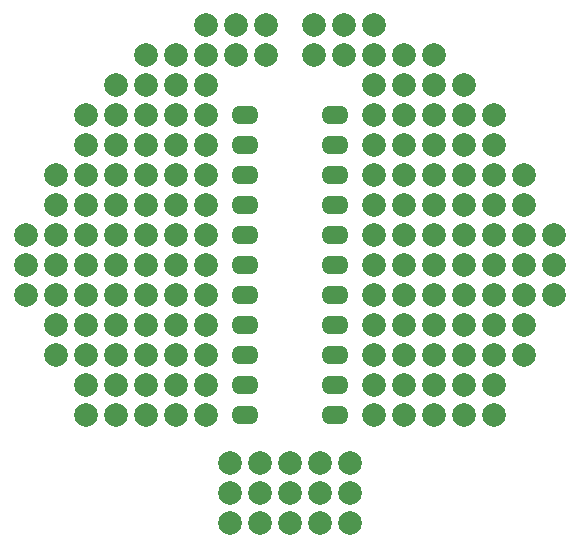
<source format=gtl>
G04 #@! TF.FileFunction,Copper,L1,Top,Signal*
%FSLAX46Y46*%
G04 Gerber Fmt 4.6, Leading zero omitted, Abs format (unit mm)*
G04 Created by KiCad (PCBNEW 4.0.0-rc1-stable) date Di 22 Sep 2015 21:09:19 CEST*
%MOMM*%
G01*
G04 APERTURE LIST*
%ADD10C,0.100000*%
%ADD11C,1.998980*%
%ADD12O,2.300000X1.600000*%
G04 APERTURE END LIST*
D10*
D11*
X151130000Y-103124000D03*
X156210000Y-103124000D03*
X153670000Y-103124000D03*
X141986000Y-103124000D03*
X144526000Y-103124000D03*
X147066000Y-103124000D03*
X147066000Y-105664000D03*
X151130000Y-105664000D03*
X158750000Y-105664000D03*
X156210000Y-105664000D03*
X161290000Y-105664000D03*
X153670000Y-105664000D03*
X161290000Y-108204000D03*
X158750000Y-108204000D03*
X163830000Y-108204000D03*
X156210000Y-108204000D03*
X141986000Y-105664000D03*
X139446000Y-105664000D03*
X144526000Y-105664000D03*
X136906000Y-105664000D03*
X139446000Y-108204000D03*
X136906000Y-108204000D03*
X141986000Y-108204000D03*
X134366000Y-108204000D03*
X126746000Y-123444000D03*
X126746000Y-120904000D03*
X126746000Y-125984000D03*
X129286000Y-125984000D03*
X129286000Y-128524000D03*
X129286000Y-131064000D03*
X129286000Y-123444000D03*
X129286000Y-120904000D03*
X129286000Y-115824000D03*
X129286000Y-118364000D03*
X171450000Y-123444000D03*
X171450000Y-120904000D03*
X171450000Y-125984000D03*
X168910000Y-115824000D03*
X168910000Y-118364000D03*
X168910000Y-123444000D03*
X168910000Y-120904000D03*
X168910000Y-128524000D03*
X168910000Y-125984000D03*
X168910000Y-131064000D03*
X158750000Y-113284000D03*
X161290000Y-113284000D03*
X158750000Y-115824000D03*
X161290000Y-115824000D03*
X161290000Y-118364000D03*
X158750000Y-118364000D03*
X163830000Y-113284000D03*
X166370000Y-110744000D03*
X166370000Y-113284000D03*
X163830000Y-110744000D03*
X158750000Y-128524000D03*
X158750000Y-125984000D03*
X161290000Y-125984000D03*
X166370000Y-125984000D03*
X161290000Y-123444000D03*
X166370000Y-120904000D03*
X163830000Y-125984000D03*
X166370000Y-123444000D03*
X163830000Y-120904000D03*
X161290000Y-120904000D03*
X163830000Y-123444000D03*
X158750000Y-123444000D03*
X158750000Y-120904000D03*
X161290000Y-136144000D03*
X166370000Y-136144000D03*
X163830000Y-133604000D03*
X166370000Y-133604000D03*
X163830000Y-136144000D03*
X161290000Y-133604000D03*
X163830000Y-131064000D03*
X163830000Y-128524000D03*
X161290000Y-128524000D03*
X161290000Y-131064000D03*
X166370000Y-128524000D03*
X166370000Y-131064000D03*
X158750000Y-133604000D03*
X158750000Y-131064000D03*
X158750000Y-136144000D03*
X163830000Y-118364000D03*
X166370000Y-118364000D03*
X163830000Y-115824000D03*
X166370000Y-115824000D03*
X161290000Y-110744000D03*
X158750000Y-110744000D03*
X156210000Y-118364000D03*
X156210000Y-115824000D03*
X156210000Y-120904000D03*
X156210000Y-123444000D03*
X156210000Y-125984000D03*
X156210000Y-128524000D03*
X156210000Y-113284000D03*
X156210000Y-131064000D03*
X156210000Y-136144000D03*
X156210000Y-133604000D03*
X144018000Y-145288000D03*
X144018000Y-142748000D03*
X146558000Y-145288000D03*
X146558000Y-142748000D03*
X151638000Y-145288000D03*
X151638000Y-142748000D03*
X149098000Y-145288000D03*
X149098000Y-142748000D03*
X154178000Y-145288000D03*
X154178000Y-142748000D03*
X144018000Y-140208000D03*
X146558000Y-140208000D03*
X149098000Y-140208000D03*
X154178000Y-140208000D03*
X151638000Y-140208000D03*
X131826000Y-125984000D03*
X134366000Y-125984000D03*
X134366000Y-123444000D03*
X131826000Y-120904000D03*
X131826000Y-123444000D03*
X131826000Y-131064000D03*
X131826000Y-128524000D03*
X134366000Y-131064000D03*
X134366000Y-128524000D03*
X136906000Y-131064000D03*
X136906000Y-128524000D03*
X141986000Y-131064000D03*
X139446000Y-131064000D03*
X141986000Y-128524000D03*
X141986000Y-125984000D03*
X139446000Y-125984000D03*
X139446000Y-128524000D03*
X139446000Y-123444000D03*
X139446000Y-120904000D03*
X141986000Y-123444000D03*
X141986000Y-120904000D03*
X136906000Y-125984000D03*
X136906000Y-123444000D03*
X136906000Y-120904000D03*
X134366000Y-120904000D03*
X134366000Y-133604000D03*
X131826000Y-136144000D03*
X131826000Y-133604000D03*
X134366000Y-136144000D03*
X139446000Y-118364000D03*
X141986000Y-118364000D03*
X141986000Y-110744000D03*
X141986000Y-115824000D03*
X141986000Y-113284000D03*
X139446000Y-110744000D03*
X131826000Y-118364000D03*
X136906000Y-118364000D03*
X131826000Y-115824000D03*
X134366000Y-118364000D03*
X136906000Y-110744000D03*
X139446000Y-115824000D03*
X134366000Y-113284000D03*
X136906000Y-115824000D03*
X136906000Y-113284000D03*
X139446000Y-113284000D03*
X134366000Y-115824000D03*
X136906000Y-133604000D03*
X139446000Y-133604000D03*
X139446000Y-136144000D03*
X141986000Y-136144000D03*
X136906000Y-136144000D03*
X141986000Y-133604000D03*
X131826000Y-113284000D03*
X131826000Y-110744000D03*
X134366000Y-110744000D03*
D12*
X145288000Y-136144000D03*
X145288000Y-133604000D03*
X145288000Y-131064000D03*
X145288000Y-128524000D03*
X145288000Y-125984000D03*
X145288000Y-123444000D03*
X145288000Y-120904000D03*
X145288000Y-118364000D03*
X145288000Y-115824000D03*
X145288000Y-113284000D03*
X145288000Y-110744000D03*
X152908000Y-110744000D03*
X152908000Y-113284000D03*
X152908000Y-115824000D03*
X152908000Y-118364000D03*
X152908000Y-120904000D03*
X152908000Y-123444000D03*
X152908000Y-125984000D03*
X152908000Y-128524000D03*
X152908000Y-131064000D03*
X152908000Y-133604000D03*
X152908000Y-136144000D03*
D11*
X156210000Y-110744000D03*
M02*

</source>
